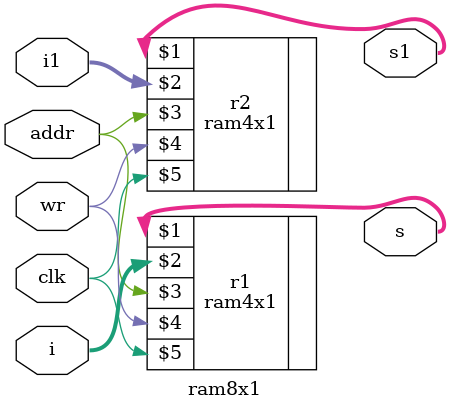
<source format=v>
`include "RAM4X1.v"



module ram8x1(output [3:0]s,output [3:0]s1,input [3:0]i,input [3:0]i1,input addr,input clk,input wr);


ram4x1 r1(s,i,addr,wr,clk);
ram4x1 r2(s1,i1,addr,wr,clk);


endmodule

</source>
